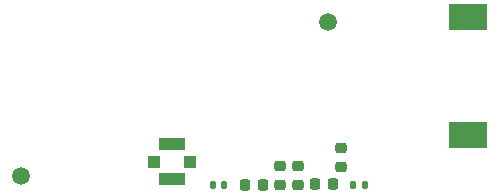
<source format=gbr>
%TF.GenerationSoftware,KiCad,Pcbnew,6.0.2+dfsg-1*%
%TF.CreationDate,2022-09-07T20:40:41-04:00*%
%TF.ProjectId,RUSP_Antenna,52555350-5f41-46e7-9465-6e6e612e6b69,rev?*%
%TF.SameCoordinates,Original*%
%TF.FileFunction,Soldermask,Top*%
%TF.FilePolarity,Negative*%
%FSLAX46Y46*%
G04 Gerber Fmt 4.6, Leading zero omitted, Abs format (unit mm)*
G04 Created by KiCad (PCBNEW 6.0.2+dfsg-1) date 2022-09-07 20:40:41*
%MOMM*%
%LPD*%
G01*
G04 APERTURE LIST*
G04 Aperture macros list*
%AMRoundRect*
0 Rectangle with rounded corners*
0 $1 Rounding radius*
0 $2 $3 $4 $5 $6 $7 $8 $9 X,Y pos of 4 corners*
0 Add a 4 corners polygon primitive as box body*
4,1,4,$2,$3,$4,$5,$6,$7,$8,$9,$2,$3,0*
0 Add four circle primitives for the rounded corners*
1,1,$1+$1,$2,$3*
1,1,$1+$1,$4,$5*
1,1,$1+$1,$6,$7*
1,1,$1+$1,$8,$9*
0 Add four rect primitives between the rounded corners*
20,1,$1+$1,$2,$3,$4,$5,0*
20,1,$1+$1,$4,$5,$6,$7,0*
20,1,$1+$1,$6,$7,$8,$9,0*
20,1,$1+$1,$8,$9,$2,$3,0*%
G04 Aperture macros list end*
%ADD10C,1.500000*%
%ADD11R,1.000000X1.000000*%
%ADD12R,2.200000X1.050000*%
%ADD13RoundRect,0.225000X-0.225000X-0.250000X0.225000X-0.250000X0.225000X0.250000X-0.225000X0.250000X0*%
%ADD14RoundRect,0.225000X-0.250000X0.225000X-0.250000X-0.225000X0.250000X-0.225000X0.250000X0.225000X0*%
%ADD15RoundRect,0.218750X0.256250X-0.218750X0.256250X0.218750X-0.256250X0.218750X-0.256250X-0.218750X0*%
%ADD16R,3.200000X2.200000*%
%ADD17RoundRect,0.147500X0.147500X0.172500X-0.147500X0.172500X-0.147500X-0.172500X0.147500X-0.172500X0*%
G04 APERTURE END LIST*
D10*
%TO.C,FID1*%
X125750000Y-103750000D03*
%TD*%
%TO.C,FID2*%
X151750000Y-90750000D03*
%TD*%
D11*
%TO.C,J1*%
X140050000Y-102550000D03*
D12*
X138550000Y-101075000D03*
X138550000Y-104025000D03*
D11*
X137050000Y-102550000D03*
%TD*%
D13*
%TO.C,C1*%
X150625000Y-104450000D03*
X152175000Y-104450000D03*
%TD*%
D14*
%TO.C,C2*%
X149190000Y-102945000D03*
X149190000Y-104495000D03*
%TD*%
D15*
%TO.C,L1*%
X152860000Y-102977500D03*
X152860000Y-101402500D03*
%TD*%
D16*
%TO.C,AE1*%
X163650000Y-90300000D03*
X163650000Y-100300000D03*
%TD*%
D17*
%TO.C,L4*%
X142985000Y-104500000D03*
X142015000Y-104500000D03*
%TD*%
%TO.C,L2*%
X154885000Y-104490000D03*
X153915000Y-104490000D03*
%TD*%
D15*
%TO.C,L3*%
X147710000Y-104497500D03*
X147710000Y-102922500D03*
%TD*%
D13*
%TO.C,C3*%
X144725000Y-104500000D03*
X146275000Y-104500000D03*
%TD*%
M02*

</source>
